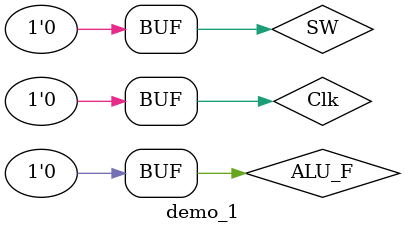
<source format=v>
`timescale 1ns / 1ps


module demo_1;

	// Inputs
	reg SW;
	reg Clk;
	reg ALU_F;

	// Outputs
	wire [7:0] led;
	wire [2:0] which;
	wire shine;

	// Instantiate the Unit Under Test (UUT)
	CPU uut (
		.SW(SW), 
		.Clk(Clk), 
		.ALU_F(ALU_F), 
		.led(led), 
		.which(which), 
		.shine(shine)
	);

	initial begin
		// Initialize Inputs
		SW = 0;
		Clk = 0;
		ALU_F = 0;

		// Wait 100 ns for global reset to finish
		#100;
        
		// Add stimulus here

	end
      
endmodule


</source>
